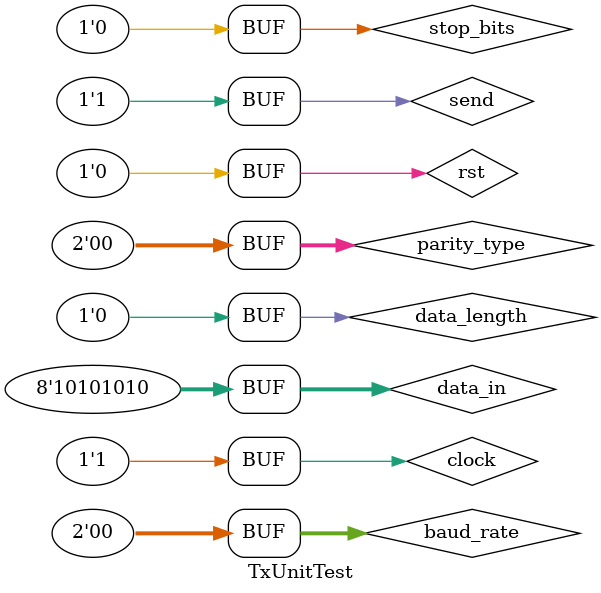
<source format=v>
`timescale 1ns/1ns 
module TxUnitTest ();


//regs to derive the inputs 

reg rst ;
reg stop_bits ; 
reg data_length ; 
reg send ; 
reg clock ; 

reg [1:0] parity_type ; 
reg [1:0] baud_rate ;
reg [7:0] data_in ; 

//wires to recive the output 

wire data_out ; 
wire p_parity_out; 
wire tx_active ; 
wire tx_done; 

initial begin
    //reseting the system for 10ns 
    send = 0 ; 
    rst = 1 ; 
    #10 ; 
    rst = 0 ; 

    stop_bits = 0 ; // 1 stop bit 
    data_length = 0 ; // 7 bits
    parity_type = 0 ; 
    baud_rate = 0 ; 
    data_in = 8'b10101010 ;

    $display("sending idle");  
    #20 //sending idle state for 20 ns 
    
    $display("start sending data"); 
    send  =  1 ; 
    #200; 

end


//50Mhz clock 20ns period (10ns low - 10ns high )
always begin
    clock = 0 ; 
    #10 ; 
    clock = 1 ; 
    #10 ; 
end

endmodule
</source>
